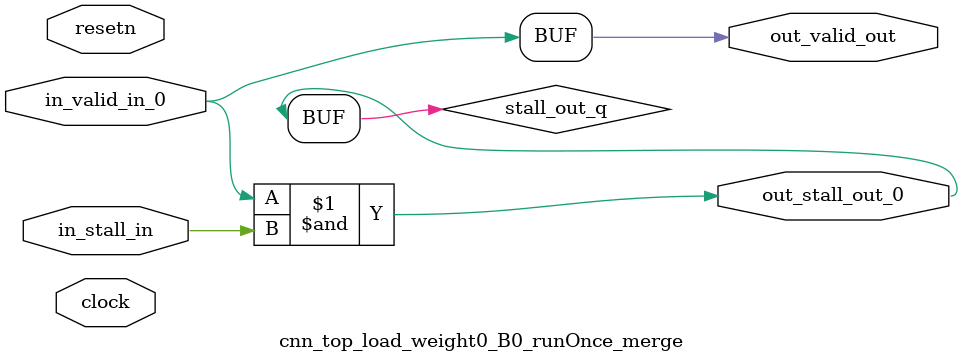
<source format=sv>



(* altera_attribute = "-name AUTO_SHIFT_REGISTER_RECOGNITION OFF; -name MESSAGE_DISABLE 10036; -name MESSAGE_DISABLE 10037; -name MESSAGE_DISABLE 14130; -name MESSAGE_DISABLE 14320; -name MESSAGE_DISABLE 15400; -name MESSAGE_DISABLE 14130; -name MESSAGE_DISABLE 10036; -name MESSAGE_DISABLE 12020; -name MESSAGE_DISABLE 12030; -name MESSAGE_DISABLE 12010; -name MESSAGE_DISABLE 12110; -name MESSAGE_DISABLE 14320; -name MESSAGE_DISABLE 13410; -name MESSAGE_DISABLE 113007; -name MESSAGE_DISABLE 10958" *)
module cnn_top_load_weight0_B0_runOnce_merge (
    input wire [0:0] in_stall_in,
    input wire [0:0] in_valid_in_0,
    output wire [0:0] out_stall_out_0,
    output wire [0:0] out_valid_out,
    input wire clock,
    input wire resetn
    );

    wire [0:0] stall_out_q;


    // stall_out(LOGICAL,6)
    assign stall_out_q = in_valid_in_0 & in_stall_in;

    // out_stall_out_0(GPOUT,4)
    assign out_stall_out_0 = stall_out_q;

    // out_valid_out(GPOUT,5)
    assign out_valid_out = in_valid_in_0;

endmodule

</source>
